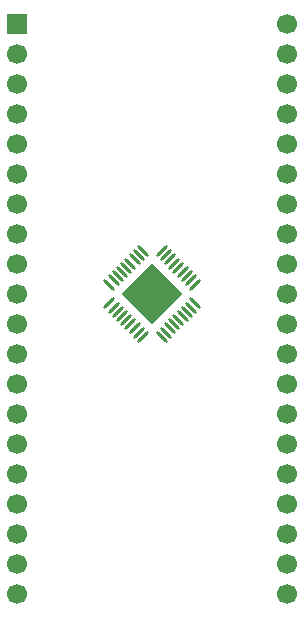
<source format=gts>
G04 #@! TF.GenerationSoftware,KiCad,Pcbnew,9.0.6*
G04 #@! TF.CreationDate,2026-01-08T15:28:10-06:00*
G04 #@! TF.ProjectId,QFN-36_6x6_P0.5,51464e2d-3336-45f3-9678-365f50302e35,rev?*
G04 #@! TF.SameCoordinates,Original*
G04 #@! TF.FileFunction,Soldermask,Top*
G04 #@! TF.FilePolarity,Negative*
%FSLAX46Y46*%
G04 Gerber Fmt 4.6, Leading zero omitted, Abs format (unit mm)*
G04 Created by KiCad (PCBNEW 9.0.6) date 2026-01-08 15:28:10*
%MOMM*%
%LPD*%
G01*
G04 APERTURE LIST*
G04 Aperture macros list*
%AMRoundRect*
0 Rectangle with rounded corners*
0 $1 Rounding radius*
0 $2 $3 $4 $5 $6 $7 $8 $9 X,Y pos of 4 corners*
0 Add a 4 corners polygon primitive as box body*
4,1,4,$2,$3,$4,$5,$6,$7,$8,$9,$2,$3,0*
0 Add four circle primitives for the rounded corners*
1,1,$1+$1,$2,$3*
1,1,$1+$1,$4,$5*
1,1,$1+$1,$6,$7*
1,1,$1+$1,$8,$9*
0 Add four rect primitives between the rounded corners*
20,1,$1+$1,$2,$3,$4,$5,0*
20,1,$1+$1,$4,$5,$6,$7,0*
20,1,$1+$1,$6,$7,$8,$9,0*
20,1,$1+$1,$8,$9,$2,$3,0*%
%AMRotRect*
0 Rectangle, with rotation*
0 The origin of the aperture is its center*
0 $1 length*
0 $2 width*
0 $3 Rotation angle, in degrees counterclockwise*
0 Add horizontal line*
21,1,$1,$2,0,0,$3*%
G04 Aperture macros list end*
%ADD10RoundRect,0.062500X-0.424264X0.335876X0.335876X-0.424264X0.424264X-0.335876X-0.335876X0.424264X0*%
%ADD11RoundRect,0.062500X-0.424264X-0.335876X-0.335876X-0.424264X0.424264X0.335876X0.335876X0.424264X0*%
%ADD12RotRect,3.700000X3.700000X315.000000*%
%ADD13C,1.700000*%
%ADD14R,1.700000X1.700000*%
G04 APERTURE END LIST*
D10*
X102072737Y-109381734D03*
X101719184Y-109735287D03*
X101365630Y-110088841D03*
X101012077Y-110442394D03*
X100658524Y-110795948D03*
X100304970Y-111149501D03*
X99951417Y-111503054D03*
X99597863Y-111856608D03*
X99244310Y-112210161D03*
D11*
X99244310Y-113804687D03*
X99597863Y-114158240D03*
X99951417Y-114511794D03*
X100304970Y-114865347D03*
X100658524Y-115218900D03*
X101012077Y-115572454D03*
X101365630Y-115926007D03*
X101719184Y-116279561D03*
X102072737Y-116633114D03*
D10*
X103667263Y-116633114D03*
X104020816Y-116279561D03*
X104374370Y-115926007D03*
X104727923Y-115572454D03*
X105081476Y-115218900D03*
X105435030Y-114865347D03*
X105788583Y-114511794D03*
X106142137Y-114158240D03*
X106495690Y-113804687D03*
D11*
X106495690Y-112210161D03*
X106142137Y-111856608D03*
X105788583Y-111503054D03*
X105435030Y-111149501D03*
X105081476Y-110795948D03*
X104727923Y-110442394D03*
X104374370Y-110088841D03*
X104020816Y-109735287D03*
X103667263Y-109381734D03*
D12*
X102870000Y-113007424D03*
D13*
X114300000Y-90170000D03*
X114300000Y-92710000D03*
X114300000Y-95250000D03*
X114300000Y-97790000D03*
X114300000Y-100330000D03*
X114300000Y-102870000D03*
X114300000Y-105410000D03*
X114300000Y-107950000D03*
X114300000Y-110490000D03*
X114300000Y-113030000D03*
X114300000Y-115570000D03*
X114300000Y-118110000D03*
X114300000Y-120650000D03*
X114300000Y-123190000D03*
X114300000Y-125730000D03*
X114300000Y-128270000D03*
X114300000Y-130810000D03*
X114300000Y-133350000D03*
X114300000Y-135890000D03*
X114300000Y-138430000D03*
D14*
X91440000Y-90170000D03*
D13*
X91440000Y-92710000D03*
X91440000Y-95250000D03*
X91440000Y-97790000D03*
X91440000Y-100330000D03*
X91440000Y-102870000D03*
X91440000Y-105410000D03*
X91440000Y-107950000D03*
X91440000Y-110490000D03*
X91440000Y-113030000D03*
X91440000Y-115570000D03*
X91440000Y-118110000D03*
X91440000Y-120650000D03*
X91440000Y-123190000D03*
X91440000Y-125730000D03*
X91440000Y-128270000D03*
X91440000Y-130810000D03*
X91440000Y-133350000D03*
X91440000Y-135890000D03*
X91440000Y-138430000D03*
M02*

</source>
